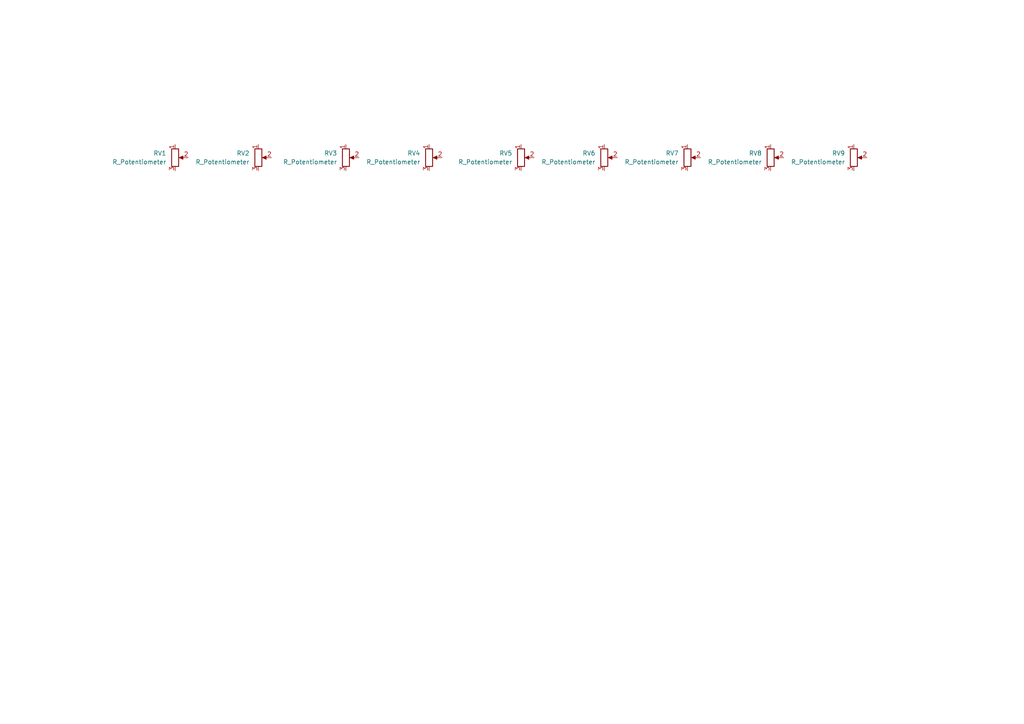
<source format=kicad_sch>
(kicad_sch (version 20230121) (generator eeschema)
  (paper "A4")
  (lib_symbols
    (symbol "Device:R_Potentiometer" (pin_names (offset 1.016) hide)
      (property "Reference" "RV" (at -4.445 0 90))
      (property "Value" "R_Potentiometer" (at -2.54 0 90))
      (symbol "R_Potentiometer_0_1"
        (polyline (pts (xy 2.54 0) (xy 1.524 0)))
        (polyline (pts (xy 1.143 0) (xy 2.286 0.508) (xy 2.286 -0.508) (xy 1.143 0)) (fill (type outline)))
        (rectangle (start 1.016 2.54) (end -1.016 -2.54) (stroke (width 0.254)))
      )
      (symbol "R_Potentiometer_1_1"
        (pin passive line (at 0 3.81 270) (length 1.27) (name "1") (number "1"))
        (pin passive line (at 3.81 0 180) (length 1.27) (name "2") (number "2"))
        (pin passive line (at 0 -3.81 90) (length 1.27) (name "3") (number "3"))
      )
    )
  )
  (symbol (lib_id "Device:R_Potentiometer") (at 124.46 45.72 0) (unit 1)
    (property "Reference" "RV4" (at 121.92 44.45 0) (effects (justify right)))
    (property "Value" "R_Potentiometer" (at 121.92 46.99 0) (effects (justify right)))
  )
  (symbol (lib_id "Device:R_Potentiometer") (at 100.33 45.72 0) (unit 1)
    (property "Reference" "RV3" (at 97.79 44.45 0) (effects (justify right)))
    (property "Value" "R_Potentiometer" (at 97.79 46.99 0) (effects (justify right)))
  )
  (symbol (lib_id "Device:R_Potentiometer") (at 223.52 45.72 0) (unit 1)
    (property "Reference" "RV8" (at 220.98 44.45 0) (effects (justify right)))
    (property "Value" "R_Potentiometer" (at 220.98 46.99 0) (effects (justify right)))
  )
  (symbol (lib_id "Device:R_Potentiometer") (at 151.13 45.72 0) (unit 1)
    (property "Reference" "RV5" (at 148.59 44.45 0) (effects (justify right)))
    (property "Value" "R_Potentiometer" (at 148.59 46.99 0) (effects (justify right)))
  )
  (symbol (lib_id "Device:R_Potentiometer") (at 175.26 45.72 0) (unit 1)
    (property "Reference" "RV6" (at 172.72 44.45 0) (effects (justify right)))
    (property "Value" "R_Potentiometer" (at 172.72 46.99 0) (effects (justify right)))
  )
  (symbol (lib_id "Device:R_Potentiometer") (at 50.8 45.72 0) (unit 1)
    (property "Reference" "RV1" (at 48.26 44.45 0) (effects (justify right)))
    (property "Value" "R_Potentiometer" (at 48.26 46.99 0) (effects (justify right)))
  )
  (symbol (lib_id "Device:R_Potentiometer") (at 74.93 45.72 0) (unit 1)
    (property "Reference" "RV2" (at 72.39 44.45 0) (effects (justify right)))
    (property "Value" "R_Potentiometer" (at 72.39 46.99 0) (effects (justify right)))
  )
  (symbol (lib_id "Device:R_Potentiometer") (at 199.39 45.72 0) (unit 1)
    (property "Reference" "RV7" (at 196.85 44.45 0) (effects (justify right)))
    (property "Value" "R_Potentiometer" (at 196.85 46.99 0) (effects (justify right)))
  )
  (symbol (lib_id "Device:R_Potentiometer") (at 247.65 45.72 0) (unit 1)
    (property "Reference" "RV9" (at 245.11 44.45 0) (effects (justify right)))
    (property "Value" "R_Potentiometer" (at 245.11 46.99 0) (effects (justify right)))
  )
)
</source>
